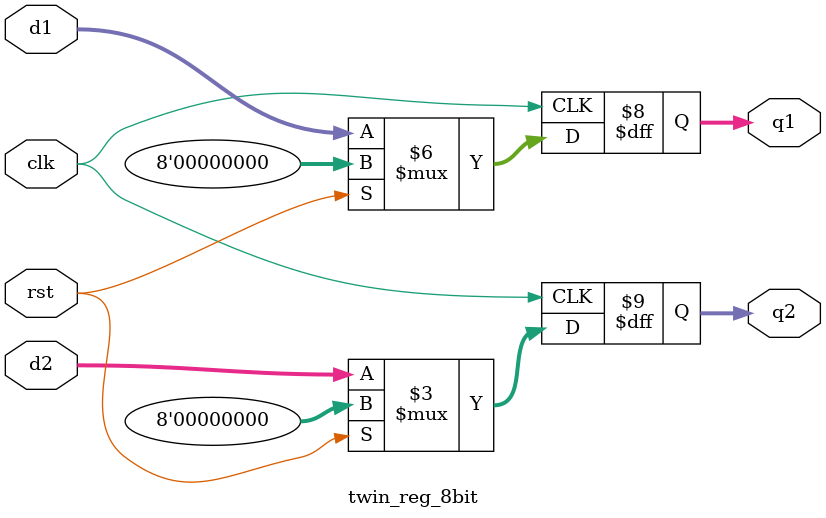
<source format=v>
`timescale 1ns / 1ps

module twin_reg_8bit(
input clk,rst,
input [7:0]d1,
input [7:0]d2,
output reg[7:0]q1,
output reg[7:0]q2 );

always @(posedge clk)
if (rst)begin
q1 <=0;
q2 <=0;
end
else begin 
q1<=d1;
q2<=d2;
end
endmodule

</source>
